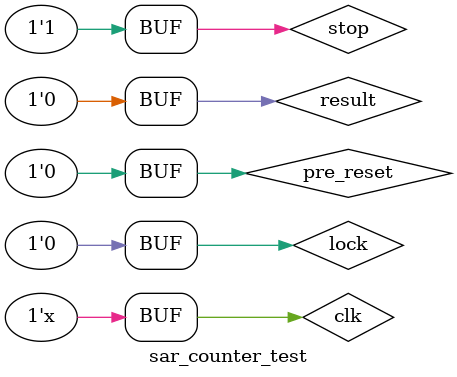
<source format=v>
`timescale 1ns / 1ps

module sar_counter_test;

	// Inputs
	reg pre_reset;
	reg stop;
	reg result;
	reg lock;
	reg clk;

	// Outputs
	wire [3:0] sar_state;

	// Instantiate the Unit Under Test (UUT)
	sar_counter uut (
		.pre_reset(pre_reset), 
		.stop(stop), 
		.result(result), 
		.lock(lock), 
		.clk(clk), 
		.sar_state(sar_state)
	);

	initial begin
		// Initialize Inputs
		pre_reset = 0;
		stop = 0;
		result = 0;
		lock = 0;
		clk = 1;

		#2;
		pre_reset = 1;
		#2;
		pre_reset = 0;
        
		// Add stimulus here

	end
	
	initial 
	begin
	#30;
	stop=1;
	end
	
	
//	initial
//	begin
//	#12;
//	lock=1;
//	end
	
	  always #5 clk = ~clk;  
      
endmodule


</source>
